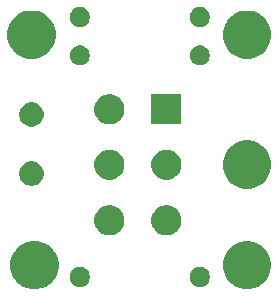
<source format=gbr>
G04 #@! TF.GenerationSoftware,KiCad,Pcbnew,(5.1.5-0-10_14)*
G04 #@! TF.CreationDate,2020-09-14T21:43:17+01:00*
G04 #@! TF.ProjectId,SelectPCB,53656c65-6374-4504-9342-2e6b69636164,rev?*
G04 #@! TF.SameCoordinates,Original*
G04 #@! TF.FileFunction,Soldermask,Bot*
G04 #@! TF.FilePolarity,Negative*
%FSLAX46Y46*%
G04 Gerber Fmt 4.6, Leading zero omitted, Abs format (unit mm)*
G04 Created by KiCad (PCBNEW (5.1.5-0-10_14)) date 2020-09-14 21:43:17*
%MOMM*%
%LPD*%
G04 APERTURE LIST*
%ADD10C,0.100000*%
G04 APERTURE END LIST*
D10*
G36*
X163348326Y-106277578D02*
G01*
X163348329Y-106277579D01*
X163348328Y-106277579D01*
X163721631Y-106432206D01*
X164057596Y-106656690D01*
X164343310Y-106942404D01*
X164567794Y-107278369D01*
X164567795Y-107278371D01*
X164722422Y-107651674D01*
X164801250Y-108047968D01*
X164801250Y-108452032D01*
X164722422Y-108848326D01*
X164567795Y-109221629D01*
X164567794Y-109221631D01*
X164343310Y-109557596D01*
X164057596Y-109843310D01*
X163721631Y-110067794D01*
X163721630Y-110067795D01*
X163721629Y-110067795D01*
X163348326Y-110222422D01*
X162952032Y-110301250D01*
X162547968Y-110301250D01*
X162151674Y-110222422D01*
X161778371Y-110067795D01*
X161778370Y-110067795D01*
X161778369Y-110067794D01*
X161442404Y-109843310D01*
X161156690Y-109557596D01*
X160932206Y-109221631D01*
X160932205Y-109221629D01*
X160777578Y-108848326D01*
X160698750Y-108452032D01*
X160698750Y-108047968D01*
X160777578Y-107651674D01*
X160932205Y-107278371D01*
X160932206Y-107278369D01*
X161156690Y-106942404D01*
X161442404Y-106656690D01*
X161778369Y-106432206D01*
X162151672Y-106277579D01*
X162151671Y-106277579D01*
X162151674Y-106277578D01*
X162547968Y-106198750D01*
X162952032Y-106198750D01*
X163348326Y-106277578D01*
G37*
G36*
X145348326Y-106277578D02*
G01*
X145348329Y-106277579D01*
X145348328Y-106277579D01*
X145721631Y-106432206D01*
X146057596Y-106656690D01*
X146343310Y-106942404D01*
X146567794Y-107278369D01*
X146567795Y-107278371D01*
X146722422Y-107651674D01*
X146801250Y-108047968D01*
X146801250Y-108452032D01*
X146722422Y-108848326D01*
X146567795Y-109221629D01*
X146567794Y-109221631D01*
X146343310Y-109557596D01*
X146057596Y-109843310D01*
X145721631Y-110067794D01*
X145721630Y-110067795D01*
X145721629Y-110067795D01*
X145348326Y-110222422D01*
X144952032Y-110301250D01*
X144547968Y-110301250D01*
X144151674Y-110222422D01*
X143778371Y-110067795D01*
X143778370Y-110067795D01*
X143778369Y-110067794D01*
X143442404Y-109843310D01*
X143156690Y-109557596D01*
X142932206Y-109221631D01*
X142932205Y-109221629D01*
X142777578Y-108848326D01*
X142698750Y-108452032D01*
X142698750Y-108047968D01*
X142777578Y-107651674D01*
X142932205Y-107278371D01*
X142932206Y-107278369D01*
X143156690Y-106942404D01*
X143442404Y-106656690D01*
X143778369Y-106432206D01*
X144151672Y-106277579D01*
X144151671Y-106277579D01*
X144151674Y-106277578D01*
X144547968Y-106198750D01*
X144952032Y-106198750D01*
X145348326Y-106277578D01*
G37*
G36*
X158998228Y-108431703D02*
G01*
X159153100Y-108495853D01*
X159292481Y-108588985D01*
X159411015Y-108707519D01*
X159504147Y-108846900D01*
X159568297Y-109001772D01*
X159601000Y-109166184D01*
X159601000Y-109333816D01*
X159568297Y-109498228D01*
X159504147Y-109653100D01*
X159411015Y-109792481D01*
X159292481Y-109911015D01*
X159153100Y-110004147D01*
X158998228Y-110068297D01*
X158833816Y-110101000D01*
X158666184Y-110101000D01*
X158501772Y-110068297D01*
X158346900Y-110004147D01*
X158207519Y-109911015D01*
X158088985Y-109792481D01*
X157995853Y-109653100D01*
X157931703Y-109498228D01*
X157899000Y-109333816D01*
X157899000Y-109166184D01*
X157931703Y-109001772D01*
X157995853Y-108846900D01*
X158088985Y-108707519D01*
X158207519Y-108588985D01*
X158346900Y-108495853D01*
X158501772Y-108431703D01*
X158666184Y-108399000D01*
X158833816Y-108399000D01*
X158998228Y-108431703D01*
G37*
G36*
X148838228Y-108431703D02*
G01*
X148993100Y-108495853D01*
X149132481Y-108588985D01*
X149251015Y-108707519D01*
X149344147Y-108846900D01*
X149408297Y-109001772D01*
X149441000Y-109166184D01*
X149441000Y-109333816D01*
X149408297Y-109498228D01*
X149344147Y-109653100D01*
X149251015Y-109792481D01*
X149132481Y-109911015D01*
X148993100Y-110004147D01*
X148838228Y-110068297D01*
X148673816Y-110101000D01*
X148506184Y-110101000D01*
X148341772Y-110068297D01*
X148186900Y-110004147D01*
X148047519Y-109911015D01*
X147928985Y-109792481D01*
X147835853Y-109653100D01*
X147771703Y-109498228D01*
X147739000Y-109333816D01*
X147739000Y-109166184D01*
X147771703Y-109001772D01*
X147835853Y-108846900D01*
X147928985Y-108707519D01*
X148047519Y-108588985D01*
X148186900Y-108495853D01*
X148341772Y-108431703D01*
X148506184Y-108399000D01*
X148673816Y-108399000D01*
X148838228Y-108431703D01*
G37*
G36*
X156287194Y-103223035D02*
G01*
X156383382Y-103262878D01*
X156519413Y-103319223D01*
X156728403Y-103458866D01*
X156906134Y-103636597D01*
X157045777Y-103845587D01*
X157102122Y-103981618D01*
X157141965Y-104077806D01*
X157191000Y-104324324D01*
X157191000Y-104575676D01*
X157141965Y-104822194D01*
X157102122Y-104918382D01*
X157045777Y-105054413D01*
X156906134Y-105263403D01*
X156728403Y-105441134D01*
X156519413Y-105580777D01*
X156383382Y-105637122D01*
X156287194Y-105676965D01*
X156040676Y-105726000D01*
X155789324Y-105726000D01*
X155542806Y-105676965D01*
X155446618Y-105637122D01*
X155310587Y-105580777D01*
X155101597Y-105441134D01*
X154923866Y-105263403D01*
X154784223Y-105054413D01*
X154727878Y-104918382D01*
X154688035Y-104822194D01*
X154639000Y-104575676D01*
X154639000Y-104324324D01*
X154688035Y-104077806D01*
X154727878Y-103981618D01*
X154784223Y-103845587D01*
X154923866Y-103636597D01*
X155101597Y-103458866D01*
X155310587Y-103319223D01*
X155446618Y-103262878D01*
X155542806Y-103223035D01*
X155789324Y-103174000D01*
X156040676Y-103174000D01*
X156287194Y-103223035D01*
G37*
G36*
X151457194Y-103223035D02*
G01*
X151553382Y-103262878D01*
X151689413Y-103319223D01*
X151898403Y-103458866D01*
X152076134Y-103636597D01*
X152215777Y-103845587D01*
X152272122Y-103981618D01*
X152311965Y-104077806D01*
X152361000Y-104324324D01*
X152361000Y-104575676D01*
X152311965Y-104822194D01*
X152272122Y-104918382D01*
X152215777Y-105054413D01*
X152076134Y-105263403D01*
X151898403Y-105441134D01*
X151689413Y-105580777D01*
X151553382Y-105637122D01*
X151457194Y-105676965D01*
X151210676Y-105726000D01*
X150959324Y-105726000D01*
X150712806Y-105676965D01*
X150616618Y-105637122D01*
X150480587Y-105580777D01*
X150271597Y-105441134D01*
X150093866Y-105263403D01*
X149954223Y-105054413D01*
X149897878Y-104918382D01*
X149858035Y-104822194D01*
X149809000Y-104575676D01*
X149809000Y-104324324D01*
X149858035Y-104077806D01*
X149897878Y-103981618D01*
X149954223Y-103845587D01*
X150093866Y-103636597D01*
X150271597Y-103458866D01*
X150480587Y-103319223D01*
X150616618Y-103262878D01*
X150712806Y-103223035D01*
X150959324Y-103174000D01*
X151210676Y-103174000D01*
X151457194Y-103223035D01*
G37*
G36*
X163348326Y-97777578D02*
G01*
X163348329Y-97777579D01*
X163348328Y-97777579D01*
X163721631Y-97932206D01*
X164057596Y-98156690D01*
X164343310Y-98442404D01*
X164567794Y-98778369D01*
X164567795Y-98778371D01*
X164722422Y-99151674D01*
X164801250Y-99547968D01*
X164801250Y-99952032D01*
X164722422Y-100348326D01*
X164719901Y-100354413D01*
X164567794Y-100721631D01*
X164343310Y-101057596D01*
X164057596Y-101343310D01*
X163721631Y-101567794D01*
X163721630Y-101567795D01*
X163721629Y-101567795D01*
X163348326Y-101722422D01*
X162952032Y-101801250D01*
X162547968Y-101801250D01*
X162151674Y-101722422D01*
X161778371Y-101567795D01*
X161778370Y-101567795D01*
X161778369Y-101567794D01*
X161442404Y-101343310D01*
X161156690Y-101057596D01*
X160932206Y-100721631D01*
X160780099Y-100354413D01*
X160777578Y-100348326D01*
X160698750Y-99952032D01*
X160698750Y-99547968D01*
X160777578Y-99151674D01*
X160932205Y-98778371D01*
X160932206Y-98778369D01*
X161156690Y-98442404D01*
X161442404Y-98156690D01*
X161778369Y-97932206D01*
X162151672Y-97777579D01*
X162151671Y-97777579D01*
X162151674Y-97777578D01*
X162547968Y-97698750D01*
X162952032Y-97698750D01*
X163348326Y-97777578D01*
G37*
G36*
X144806564Y-99489389D02*
G01*
X144947991Y-99547970D01*
X144997835Y-99568616D01*
X145081208Y-99624324D01*
X145169973Y-99683635D01*
X145316365Y-99830027D01*
X145431385Y-100002167D01*
X145510611Y-100193436D01*
X145551000Y-100396484D01*
X145551000Y-100603516D01*
X145510611Y-100806564D01*
X145479871Y-100880777D01*
X145431384Y-100997835D01*
X145316365Y-101169973D01*
X145169973Y-101316365D01*
X144997835Y-101431384D01*
X144997834Y-101431385D01*
X144997833Y-101431385D01*
X144806564Y-101510611D01*
X144603516Y-101551000D01*
X144396484Y-101551000D01*
X144193436Y-101510611D01*
X144002167Y-101431385D01*
X144002166Y-101431385D01*
X144002165Y-101431384D01*
X143830027Y-101316365D01*
X143683635Y-101169973D01*
X143568616Y-100997835D01*
X143520129Y-100880777D01*
X143489389Y-100806564D01*
X143449000Y-100603516D01*
X143449000Y-100396484D01*
X143489389Y-100193436D01*
X143568615Y-100002167D01*
X143683635Y-99830027D01*
X143830027Y-99683635D01*
X143918792Y-99624324D01*
X144002165Y-99568616D01*
X144052009Y-99547970D01*
X144193436Y-99489389D01*
X144396484Y-99449000D01*
X144603516Y-99449000D01*
X144806564Y-99489389D01*
G37*
G36*
X156287194Y-98523035D02*
G01*
X156383382Y-98562878D01*
X156519413Y-98619223D01*
X156728403Y-98758866D01*
X156906134Y-98936597D01*
X157045777Y-99145587D01*
X157048297Y-99151672D01*
X157141965Y-99377806D01*
X157191000Y-99624324D01*
X157191000Y-99875676D01*
X157141965Y-100122194D01*
X157112456Y-100193435D01*
X157045777Y-100354413D01*
X156906134Y-100563403D01*
X156728403Y-100741134D01*
X156519413Y-100880777D01*
X156383382Y-100937122D01*
X156287194Y-100976965D01*
X156040676Y-101026000D01*
X155789324Y-101026000D01*
X155542806Y-100976965D01*
X155446618Y-100937122D01*
X155310587Y-100880777D01*
X155101597Y-100741134D01*
X154923866Y-100563403D01*
X154784223Y-100354413D01*
X154717544Y-100193435D01*
X154688035Y-100122194D01*
X154639000Y-99875676D01*
X154639000Y-99624324D01*
X154688035Y-99377806D01*
X154781703Y-99151672D01*
X154784223Y-99145587D01*
X154923866Y-98936597D01*
X155101597Y-98758866D01*
X155310587Y-98619223D01*
X155446618Y-98562878D01*
X155542806Y-98523035D01*
X155789324Y-98474000D01*
X156040676Y-98474000D01*
X156287194Y-98523035D01*
G37*
G36*
X151457194Y-98523035D02*
G01*
X151553382Y-98562878D01*
X151689413Y-98619223D01*
X151898403Y-98758866D01*
X152076134Y-98936597D01*
X152215777Y-99145587D01*
X152218297Y-99151672D01*
X152311965Y-99377806D01*
X152361000Y-99624324D01*
X152361000Y-99875676D01*
X152311965Y-100122194D01*
X152282456Y-100193435D01*
X152215777Y-100354413D01*
X152076134Y-100563403D01*
X151898403Y-100741134D01*
X151689413Y-100880777D01*
X151553382Y-100937122D01*
X151457194Y-100976965D01*
X151210676Y-101026000D01*
X150959324Y-101026000D01*
X150712806Y-100976965D01*
X150616618Y-100937122D01*
X150480587Y-100880777D01*
X150271597Y-100741134D01*
X150093866Y-100563403D01*
X149954223Y-100354413D01*
X149887544Y-100193435D01*
X149858035Y-100122194D01*
X149809000Y-99875676D01*
X149809000Y-99624324D01*
X149858035Y-99377806D01*
X149951703Y-99151672D01*
X149954223Y-99145587D01*
X150093866Y-98936597D01*
X150271597Y-98758866D01*
X150480587Y-98619223D01*
X150616618Y-98562878D01*
X150712806Y-98523035D01*
X150959324Y-98474000D01*
X151210676Y-98474000D01*
X151457194Y-98523035D01*
G37*
G36*
X144806564Y-94489389D02*
G01*
X144997833Y-94568615D01*
X144997835Y-94568616D01*
X145161248Y-94677805D01*
X145169973Y-94683635D01*
X145316365Y-94830027D01*
X145431385Y-95002167D01*
X145510611Y-95193436D01*
X145551000Y-95396484D01*
X145551000Y-95603516D01*
X145510611Y-95806564D01*
X145431385Y-95997833D01*
X145431384Y-95997835D01*
X145316365Y-96169973D01*
X145169973Y-96316365D01*
X144997835Y-96431384D01*
X144997834Y-96431385D01*
X144997833Y-96431385D01*
X144806564Y-96510611D01*
X144603516Y-96551000D01*
X144396484Y-96551000D01*
X144193436Y-96510611D01*
X144002167Y-96431385D01*
X144002166Y-96431385D01*
X144002165Y-96431384D01*
X143830027Y-96316365D01*
X143683635Y-96169973D01*
X143568616Y-95997835D01*
X143568615Y-95997833D01*
X143489389Y-95806564D01*
X143449000Y-95603516D01*
X143449000Y-95396484D01*
X143489389Y-95193436D01*
X143568615Y-95002167D01*
X143683635Y-94830027D01*
X143830027Y-94683635D01*
X143838752Y-94677805D01*
X144002165Y-94568616D01*
X144002167Y-94568615D01*
X144193436Y-94489389D01*
X144396484Y-94449000D01*
X144603516Y-94449000D01*
X144806564Y-94489389D01*
G37*
G36*
X157191000Y-96326000D02*
G01*
X154639000Y-96326000D01*
X154639000Y-93774000D01*
X157191000Y-93774000D01*
X157191000Y-96326000D01*
G37*
G36*
X151457194Y-93823035D02*
G01*
X151553382Y-93862878D01*
X151689413Y-93919223D01*
X151898403Y-94058866D01*
X152076134Y-94236597D01*
X152215777Y-94445587D01*
X152266736Y-94568615D01*
X152311965Y-94677806D01*
X152361000Y-94924324D01*
X152361000Y-95175676D01*
X152311965Y-95422194D01*
X152272122Y-95518382D01*
X152215777Y-95654413D01*
X152076134Y-95863403D01*
X151898403Y-96041134D01*
X151689413Y-96180777D01*
X151553382Y-96237122D01*
X151457194Y-96276965D01*
X151210676Y-96326000D01*
X150959324Y-96326000D01*
X150712806Y-96276965D01*
X150616618Y-96237122D01*
X150480587Y-96180777D01*
X150271597Y-96041134D01*
X150093866Y-95863403D01*
X149954223Y-95654413D01*
X149897878Y-95518382D01*
X149858035Y-95422194D01*
X149809000Y-95175676D01*
X149809000Y-94924324D01*
X149858035Y-94677806D01*
X149903264Y-94568615D01*
X149954223Y-94445587D01*
X150093866Y-94236597D01*
X150271597Y-94058866D01*
X150480587Y-93919223D01*
X150616618Y-93862878D01*
X150712806Y-93823035D01*
X150959324Y-93774000D01*
X151210676Y-93774000D01*
X151457194Y-93823035D01*
G37*
G36*
X158998228Y-89681703D02*
G01*
X159153100Y-89745853D01*
X159292481Y-89838985D01*
X159411015Y-89957519D01*
X159504147Y-90096900D01*
X159568297Y-90251772D01*
X159601000Y-90416184D01*
X159601000Y-90583816D01*
X159568297Y-90748228D01*
X159504147Y-90903100D01*
X159411015Y-91042481D01*
X159292481Y-91161015D01*
X159153100Y-91254147D01*
X158998228Y-91318297D01*
X158833816Y-91351000D01*
X158666184Y-91351000D01*
X158501772Y-91318297D01*
X158346900Y-91254147D01*
X158207519Y-91161015D01*
X158088985Y-91042481D01*
X157995853Y-90903100D01*
X157931703Y-90748228D01*
X157899000Y-90583816D01*
X157899000Y-90416184D01*
X157931703Y-90251772D01*
X157995853Y-90096900D01*
X158088985Y-89957519D01*
X158207519Y-89838985D01*
X158346900Y-89745853D01*
X158501772Y-89681703D01*
X158666184Y-89649000D01*
X158833816Y-89649000D01*
X158998228Y-89681703D01*
G37*
G36*
X148838228Y-89681703D02*
G01*
X148993100Y-89745853D01*
X149132481Y-89838985D01*
X149251015Y-89957519D01*
X149344147Y-90096900D01*
X149408297Y-90251772D01*
X149441000Y-90416184D01*
X149441000Y-90583816D01*
X149408297Y-90748228D01*
X149344147Y-90903100D01*
X149251015Y-91042481D01*
X149132481Y-91161015D01*
X148993100Y-91254147D01*
X148838228Y-91318297D01*
X148673816Y-91351000D01*
X148506184Y-91351000D01*
X148341772Y-91318297D01*
X148186900Y-91254147D01*
X148047519Y-91161015D01*
X147928985Y-91042481D01*
X147835853Y-90903100D01*
X147771703Y-90748228D01*
X147739000Y-90583816D01*
X147739000Y-90416184D01*
X147771703Y-90251772D01*
X147835853Y-90096900D01*
X147928985Y-89957519D01*
X148047519Y-89838985D01*
X148186900Y-89745853D01*
X148341772Y-89681703D01*
X148506184Y-89649000D01*
X148673816Y-89649000D01*
X148838228Y-89681703D01*
G37*
G36*
X163348326Y-86777578D02*
G01*
X163721629Y-86932205D01*
X163721631Y-86932206D01*
X164057596Y-87156690D01*
X164343310Y-87442404D01*
X164484090Y-87653097D01*
X164567795Y-87778371D01*
X164722422Y-88151674D01*
X164801250Y-88547968D01*
X164801250Y-88952032D01*
X164722422Y-89348326D01*
X164722421Y-89348328D01*
X164567794Y-89721631D01*
X164343310Y-90057596D01*
X164057596Y-90343310D01*
X163721631Y-90567794D01*
X163721630Y-90567795D01*
X163721629Y-90567795D01*
X163348326Y-90722422D01*
X162952032Y-90801250D01*
X162547968Y-90801250D01*
X162151674Y-90722422D01*
X161778371Y-90567795D01*
X161778370Y-90567795D01*
X161778369Y-90567794D01*
X161442404Y-90343310D01*
X161156690Y-90057596D01*
X160932206Y-89721631D01*
X160777579Y-89348328D01*
X160777578Y-89348326D01*
X160698750Y-88952032D01*
X160698750Y-88547968D01*
X160777578Y-88151674D01*
X160932205Y-87778371D01*
X161015910Y-87653097D01*
X161156690Y-87442404D01*
X161442404Y-87156690D01*
X161778369Y-86932206D01*
X161778371Y-86932205D01*
X162151674Y-86777578D01*
X162547968Y-86698750D01*
X162952032Y-86698750D01*
X163348326Y-86777578D01*
G37*
G36*
X145098326Y-86777578D02*
G01*
X145471629Y-86932205D01*
X145471631Y-86932206D01*
X145807596Y-87156690D01*
X146093310Y-87442404D01*
X146234090Y-87653097D01*
X146317795Y-87778371D01*
X146472422Y-88151674D01*
X146551250Y-88547968D01*
X146551250Y-88952032D01*
X146472422Y-89348326D01*
X146472421Y-89348328D01*
X146317794Y-89721631D01*
X146093310Y-90057596D01*
X145807596Y-90343310D01*
X145471631Y-90567794D01*
X145471630Y-90567795D01*
X145471629Y-90567795D01*
X145098326Y-90722422D01*
X144702032Y-90801250D01*
X144297968Y-90801250D01*
X143901674Y-90722422D01*
X143528371Y-90567795D01*
X143528370Y-90567795D01*
X143528369Y-90567794D01*
X143192404Y-90343310D01*
X142906690Y-90057596D01*
X142682206Y-89721631D01*
X142527579Y-89348328D01*
X142527578Y-89348326D01*
X142448750Y-88952032D01*
X142448750Y-88547968D01*
X142527578Y-88151674D01*
X142682205Y-87778371D01*
X142765910Y-87653097D01*
X142906690Y-87442404D01*
X143192404Y-87156690D01*
X143528369Y-86932206D01*
X143528371Y-86932205D01*
X143901674Y-86777578D01*
X144297968Y-86698750D01*
X144702032Y-86698750D01*
X145098326Y-86777578D01*
G37*
G36*
X158998228Y-86431703D02*
G01*
X159153100Y-86495853D01*
X159292481Y-86588985D01*
X159411015Y-86707519D01*
X159504147Y-86846900D01*
X159568297Y-87001772D01*
X159601000Y-87166184D01*
X159601000Y-87333816D01*
X159568297Y-87498228D01*
X159504147Y-87653100D01*
X159411015Y-87792481D01*
X159292481Y-87911015D01*
X159153100Y-88004147D01*
X158998228Y-88068297D01*
X158833816Y-88101000D01*
X158666184Y-88101000D01*
X158501772Y-88068297D01*
X158346900Y-88004147D01*
X158207519Y-87911015D01*
X158088985Y-87792481D01*
X157995853Y-87653100D01*
X157931703Y-87498228D01*
X157899000Y-87333816D01*
X157899000Y-87166184D01*
X157931703Y-87001772D01*
X157995853Y-86846900D01*
X158088985Y-86707519D01*
X158207519Y-86588985D01*
X158346900Y-86495853D01*
X158501772Y-86431703D01*
X158666184Y-86399000D01*
X158833816Y-86399000D01*
X158998228Y-86431703D01*
G37*
G36*
X148838228Y-86431703D02*
G01*
X148993100Y-86495853D01*
X149132481Y-86588985D01*
X149251015Y-86707519D01*
X149344147Y-86846900D01*
X149408297Y-87001772D01*
X149441000Y-87166184D01*
X149441000Y-87333816D01*
X149408297Y-87498228D01*
X149344147Y-87653100D01*
X149251015Y-87792481D01*
X149132481Y-87911015D01*
X148993100Y-88004147D01*
X148838228Y-88068297D01*
X148673816Y-88101000D01*
X148506184Y-88101000D01*
X148341772Y-88068297D01*
X148186900Y-88004147D01*
X148047519Y-87911015D01*
X147928985Y-87792481D01*
X147835853Y-87653100D01*
X147771703Y-87498228D01*
X147739000Y-87333816D01*
X147739000Y-87166184D01*
X147771703Y-87001772D01*
X147835853Y-86846900D01*
X147928985Y-86707519D01*
X148047519Y-86588985D01*
X148186900Y-86495853D01*
X148341772Y-86431703D01*
X148506184Y-86399000D01*
X148673816Y-86399000D01*
X148838228Y-86431703D01*
G37*
M02*

</source>
